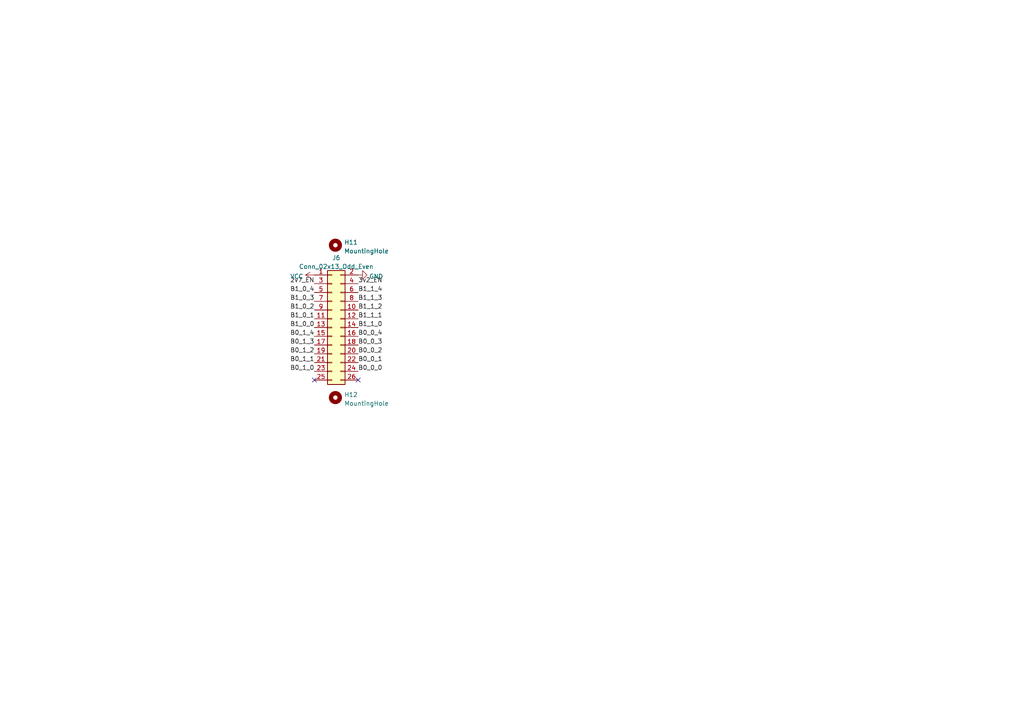
<source format=kicad_sch>
(kicad_sch (version 20211123) (generator eeschema)
  (paper "A4")
  (lib_symbols
    (symbol "Connector_Generic:Conn_02x13_Odd_Even" (pin_names (offset 1.016) hide)
      (property "Reference" "J" (at 1.27 17.78 0))
      (property "Value" "Conn_02x13_Odd_Even" (at 1.27 -17.78 0))
      (symbol "Conn_02x13_Odd_Even_1_1"
        (rectangle (start -1.27 -15.113) (end 0 -15.367) (stroke (width 0.1524)))
        (rectangle (start -1.27 -12.573) (end 0 -12.827) (stroke (width 0.1524)))
        (rectangle (start -1.27 -10.033) (end 0 -10.287) (stroke (width 0.1524)))
        (rectangle (start -1.27 -7.493) (end 0 -7.747) (stroke (width 0.1524)))
        (rectangle (start -1.27 -4.953) (end 0 -5.207) (stroke (width 0.1524)))
        (rectangle (start -1.27 -2.413) (end 0 -2.667) (stroke (width 0.1524)))
        (rectangle (start -1.27 0.127) (end 0 -0.127) (stroke (width 0.1524)))
        (rectangle (start -1.27 2.667) (end 0 2.413) (stroke (width 0.1524)))
        (rectangle (start -1.27 5.207) (end 0 4.953) (stroke (width 0.1524)))
        (rectangle (start -1.27 7.747) (end 0 7.493) (stroke (width 0.1524)))
        (rectangle (start -1.27 10.287) (end 0 10.033) (stroke (width 0.1524)))
        (rectangle (start -1.27 12.827) (end 0 12.573) (stroke (width 0.1524)))
        (rectangle (start -1.27 15.367) (end 0 15.113) (stroke (width 0.1524)))
        (rectangle (start -1.27 16.51) (end 3.81 -16.51) (stroke (width 0.254)) (fill (type background)))
        (rectangle (start 3.81 -15.113) (end 2.54 -15.367) (stroke (width 0.1524)))
        (rectangle (start 3.81 -12.573) (end 2.54 -12.827) (stroke (width 0.1524)))
        (rectangle (start 3.81 -10.033) (end 2.54 -10.287) (stroke (width 0.1524)))
        (rectangle (start 3.81 -7.493) (end 2.54 -7.747) (stroke (width 0.1524)))
        (rectangle (start 3.81 -4.953) (end 2.54 -5.207) (stroke (width 0.1524)))
        (rectangle (start 3.81 -2.413) (end 2.54 -2.667) (stroke (width 0.1524)))
        (rectangle (start 3.81 0.127) (end 2.54 -0.127) (stroke (width 0.1524)))
        (rectangle (start 3.81 2.667) (end 2.54 2.413) (stroke (width 0.1524)))
        (rectangle (start 3.81 5.207) (end 2.54 4.953) (stroke (width 0.1524)))
        (rectangle (start 3.81 7.747) (end 2.54 7.493) (stroke (width 0.1524)))
        (rectangle (start 3.81 10.287) (end 2.54 10.033) (stroke (width 0.1524)))
        (rectangle (start 3.81 12.827) (end 2.54 12.573) (stroke (width 0.1524)))
        (rectangle (start 3.81 15.367) (end 2.54 15.113) (stroke (width 0.1524)))
        (pin passive line (at -5.08 15.24 0) (length 3.81) (name "Pin_1") (number "1"))
        (pin passive line (at 7.62 5.08 180) (length 3.81) (name "Pin_10") (number "10"))
        (pin passive line (at -5.08 2.54 0) (length 3.81) (name "Pin_11") (number "11"))
        (pin passive line (at 7.62 2.54 180) (length 3.81) (name "Pin_12") (number "12"))
        (pin passive line (at -5.08 0 0) (length 3.81) (name "Pin_13") (number "13"))
        (pin passive line (at 7.62 0 180) (length 3.81) (name "Pin_14") (number "14"))
        (pin passive line (at -5.08 -2.54 0) (length 3.81) (name "Pin_15") (number "15"))
        (pin passive line (at 7.62 -2.54 180) (length 3.81) (name "Pin_16") (number "16"))
        (pin passive line (at -5.08 -5.08 0) (length 3.81) (name "Pin_17") (number "17"))
        (pin passive line (at 7.62 -5.08 180) (length 3.81) (name "Pin_18") (number "18"))
        (pin passive line (at -5.08 -7.62 0) (length 3.81) (name "Pin_19") (number "19"))
        (pin passive line (at 7.62 15.24 180) (length 3.81) (name "Pin_2") (number "2"))
        (pin passive line (at 7.62 -7.62 180) (length 3.81) (name "Pin_20") (number "20"))
        (pin passive line (at -5.08 -10.16 0) (length 3.81) (name "Pin_21") (number "21"))
        (pin passive line (at 7.62 -10.16 180) (length 3.81) (name "Pin_22") (number "22"))
        (pin passive line (at -5.08 -12.7 0) (length 3.81) (name "Pin_23") (number "23"))
        (pin passive line (at 7.62 -12.7 180) (length 3.81) (name "Pin_24") (number "24"))
        (pin passive line (at -5.08 -15.24 0) (length 3.81) (name "Pin_25") (number "25"))
        (pin passive line (at 7.62 -15.24 180) (length 3.81) (name "Pin_26") (number "26"))
        (pin passive line (at -5.08 12.7 0) (length 3.81) (name "Pin_3") (number "3"))
        (pin passive line (at 7.62 12.7 180) (length 3.81) (name "Pin_4") (number "4"))
        (pin passive line (at -5.08 10.16 0) (length 3.81) (name "Pin_5") (number "5"))
        (pin passive line (at 7.62 10.16 180) (length 3.81) (name "Pin_6") (number "6"))
        (pin passive line (at -5.08 7.62 0) (length 3.81) (name "Pin_7") (number "7"))
        (pin passive line (at 7.62 7.62 180) (length 3.81) (name "Pin_8") (number "8"))
        (pin passive line (at -5.08 5.08 0) (length 3.81) (name "Pin_9") (number "9"))
      )
    )
    (symbol "Mechanical:MountingHole" (pin_names (offset 1.016))
      (property "Reference" "H" (at 0 5.08 0))
      (property "Value" "MountingHole" (at 0 3.175 0))
      (symbol "MountingHole_0_1"
        (circle (center 0 0) (radius 1.27) (stroke (width 1.27)))
      )
    )
    (symbol "power:GND" (power) (pin_names (offset 0))
      (property "Value" "GND" (at 0 -3.81 0))
      (symbol "GND_0_1"
        (polyline (pts (xy 0 0) (xy 0 -1.27) (xy 1.27 -1.27) (xy 0 -2.54) (xy -1.27 -1.27) (xy 0 -1.27)))
      )
      (symbol "GND_1_1"
        (pin power_in line (at 0 0 270) (length 0) hide (name "GND") (number "1"))
      )
    )
    (symbol "power:VCC" (power) (pin_names (offset 0))
      (property "Value" "VCC" (at 0 3.81 0))
      (symbol "VCC_0_1"
        (polyline (pts (xy -0.762 1.27) (xy 0 2.54)))
        (polyline (pts (xy 0 0) (xy 0 2.54)))
        (polyline (pts (xy 0 2.54) (xy 0.762 1.27)))
      )
      (symbol "VCC_1_1"
        (pin power_in line (at 0 0 90) (length 0) hide (name "VCC") (number "1"))
      )
    )
  )
  (no_connect (at 103.886 110.236))
  (no_connect (at 91.186 110.236))
  (label "2v7_EN" (at 91.186 82.296 180))
  (label "3v2_EN" (at 103.886 82.296 0))
  (label "B1_0_1" (at 91.186 92.456 180))
  (label "B0_0_3" (at 103.886 100.076 0))
  (label "B1_1_4" (at 103.886 84.836 0))
  (label "B0_0_2" (at 103.886 102.616 0))
  (label "B0_1_2" (at 91.186 102.616 180))
  (label "B1_0_4" (at 91.186 84.836 180))
  (label "B1_1_2" (at 103.886 89.916 0))
  (label "B1_0_2" (at 91.186 89.916 180))
  (label "B1_1_3" (at 103.886 87.376 0))
  (label "B0_1_0" (at 91.186 107.696 180))
  (label "B1_0_0" (at 91.186 94.996 180))
  (label "B0_1_3" (at 91.186 100.076 180))
  (label "B1_0_3" (at 91.186 87.376 180))
  (label "B1_1_1" (at 103.886 92.456 0))
  (label "B0_1_1" (at 91.186 105.156 180))
  (label "B0_1_4" (at 91.186 97.536 180))
  (label "B0_0_0" (at 103.886 107.696 0))
  (label "B0_0_4" (at 103.886 97.536 0))
  (label "B1_1_0" (at 103.886 94.996 0))
  (label "B0_0_1" (at 103.886 105.156 0))
  (symbol (lib_id "power:VCC") (at 91.186 79.756 90) (unit 1)
    (property "Reference" "#PWR?" (effects hide))
    (property "Value" "VCC" (at 88.011 80.1898 90) (effects (justify left)))
  )
  (symbol (lib_id "Connector_Generic:Conn_02x13_Odd_Even") (at 96.266 94.996 0) (unit 1)
    (property "Reference" "J6" (at 97.536 74.7862 0))
    (property "Value" "Conn_02x13_Odd_Even" (at 97.536 77.3231 0))
    (property "Footprint" "Connector_PinHeader_1.27mm:PinHeader_2x13_P1.27mm_Vertical_SMD" (effects hide))
  )
  (symbol (lib_id "Mechanical:MountingHole") (at 97.282 115.316 0) (unit 1)
    (property "Reference" "H12" (at 99.822 114.4813 0) (effects (justify left)))
    (property "Value" "MountingHole" (at 99.822 117.0182 0) (effects (justify left)))
    (property "Footprint" "MountingHole:MountingHole_2.5mm" (effects hide))
  )
  (symbol (lib_id "power:GND") (at 103.886 79.756 90) (unit 1)
    (property "Reference" "#PWR?" (effects hide))
    (property "Value" "GND" (at 107.061 80.1898 90) (effects (justify right)))
  )
  (symbol (lib_id "Mechanical:MountingHole") (at 97.282 71.12 0) (unit 1)
    (property "Reference" "H11" (at 99.822 70.2853 0) (effects (justify left)))
    (property "Value" "MountingHole" (at 99.822 72.8222 0) (effects (justify left)))
    (property "Footprint" "MountingHole:MountingHole_2.5mm" (effects hide))
  )
)
</source>
